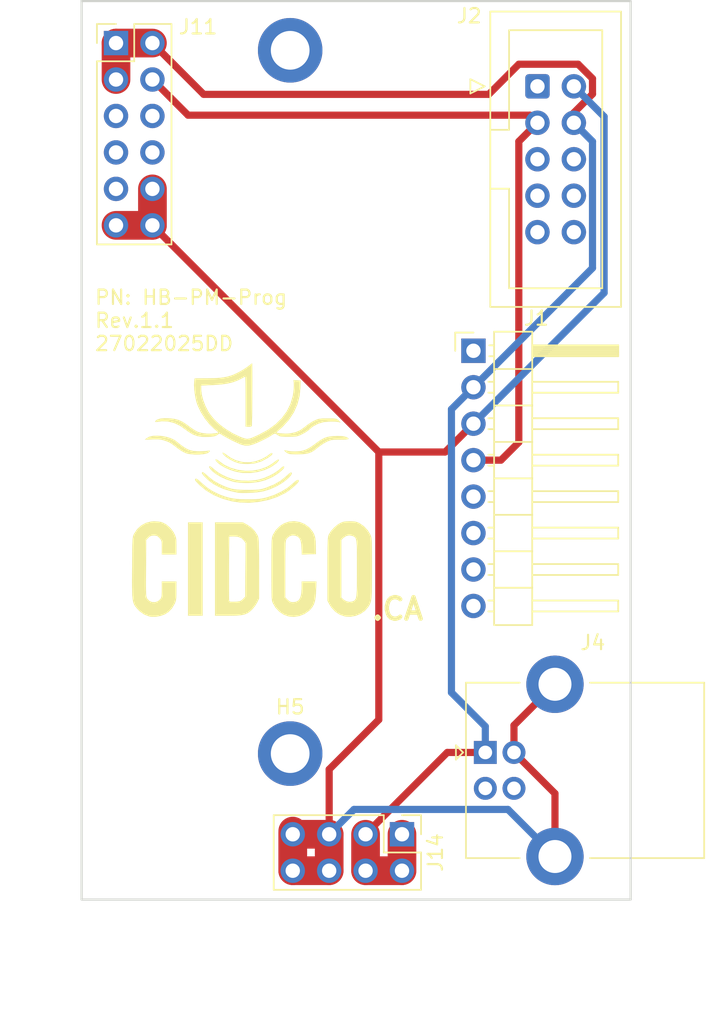
<source format=kicad_pcb>
(kicad_pcb (version 20240108) (generator "pcbnew") (generator_version "8.0")
  (layers (0 "F.Cu" signal) (31 "B.Cu" signal) (34 "B.Paste" user) (35 "F.Paste" user) (36 "B.SilkS" user "B.Silkscreen") (37 "F.SilkS" user "F.Silkscreen") (38 "B.Mask" user) (39 "F.Mask" user) (44 "Edge.Cuts" user))
  (net 0 "")
  (net 1 "GND")
  (net 4 "Green")
  (net 5 "Red")
  (net 6 "Blue")
  (net 7 "Signal")
  (net 8 "VCC")
  (footprint "cidco:logo cidco" (layer "F.Cu") (at 113.75 73.78)
    (property "Reference" "logo1" (hide yes))
    (property "Value" "LOGO" (hide yes))
    (fp_poly (pts (xy -3.6576 9.0932) (xy -4.6736 9.0932) (xy -4.6736 2.5908) (xy -3.6576 2.5908) (xy -3.6576 9.0932)) (stroke (width 0.01)) (fill solid) (layer "F.SilkS"))
    (fp_poly (pts (xy -2.589766 -1.743636) (xy -2.520202 -1.688133) (xy -2.131138 -1.411259) (xy -1.684284 -1.203647) (xy -1.197743 -1.067014) (xy -0.68962 -1.003073) (xy -0.178017 -1.013542) (xy 0.318962 -1.100134) (xy 0.783212 -1.264565) (xy 0.9652 -1.357884) (xy 1.149694 -1.473243) (xy 1.342833 -1.609605) (xy 1.406314 -1.658851) (xy 1.554696 -1.76072) (xy 1.64262 -1.788508) (xy 1.665176 -1.753201) (xy 1.617456 -1.665787) (xy 1.494553 -1.537253) (xy 1.470197 -1.515853) (xy 1.101817 -1.259726) (xy 0.66655 -1.059845) (xy 0.185582 -0.921803) (xy -0.319901 -0.851189) (xy -0.828716 -0.853594) (xy -0.979267 -0.869445) (xy -1.384167 -0.9503) (xy -1.78443 -1.081527) (xy -2.154472 -1.251757) (xy -2.468706 -1.449622) (xy -2.658466 -1.615673) (xy -2.74559 -1.730294) (xy -2.754244 -1.794511) (xy -2.697834 -1.8013) (xy -2.589766 -1.743636)) (stroke (width 0.01)) (fill solid) (layer "F.SilkS"))
    (fp_poly (pts (xy -2.163994 -2.23595) (xy -2.044681 -2.152171) (xy -1.689551 -1.904869) (xy -1.337331 -1.736325) (xy -0.952251 -1.631352) (xy -0.740935 -1.598544) (xy -0.367415 -1.595138) (xy 0.032269 -1.666059) (xy 0.426854 -1.801823) (xy 0.785076 -1.992945) (xy 0.945565 -2.110206) (xy 1.074396 -2.202976) (xy 1.164947 -2.243191) (xy 1.193412 -2.235827) (xy 1.209236 -2.185588) (xy 1.183447 -2.130208) (xy 1.103001 -2.056003) (xy 0.954851 -1.949289) (xy 0.857834 -1.88382) (xy 0.431789 -1.653982) (xy -0.019116 -1.519958) (xy -0.507222 -1.478131) (xy -0.526052 -1.478303) (xy -0.750503 -1.486483) (xy -0.961483 -1.503372) (xy -1.117802 -1.525539) (xy -1.132918 -1.528853) (xy -1.442722 -1.633623) (xy -1.762276 -1.794939) (xy -2.041939 -1.986915) (xy -2.090411 -2.028217) (xy -2.216299 -2.155852) (xy -2.268078 -2.239652) (xy -2.249419 -2.269668) (xy -2.163994 -2.23595)) (stroke (width 0.01)) (fill solid) (layer "F.SilkS"))
    (fp_poly (pts (xy -3.077662 -1.288242) (xy -2.965636 -1.20308) (xy -2.836699 -1.089538) (xy -2.590548 -0.899375) (xy -2.275737 -0.715421) (xy -1.924751 -0.553466) (xy -1.570075 -0.429301) (xy -1.380979 -0.381958) (xy -0.936998 -0.320908) (xy -0.461453 -0.30907) (xy 0.001775 -0.345814) (xy 0.321066 -0.406464) (xy 0.670861 -0.518399) (xy 1.030527 -0.674742) (xy 1.36681 -0.858611) (xy 1.646455 -1.053128) (xy 1.72092 -1.117033) (xy 1.875331 -1.250117) (xy 1.97231 -1.310614) (xy 2.02121 -1.302501) (xy 2.032 -1.249308) (xy 1.990699 -1.163107) (xy 1.879057 -1.04233) (xy 1.715461 -0.901893) (xy 1.5183 -0.756714) (xy 1.30596 -0.62171) (xy 1.160861 -0.542614) (xy 0.713353 -0.350764) (xy 0.258633 -0.22723) (xy -0.233488 -0.165389) (xy -0.605027 -0.155198) (xy -1.018403 -0.169712) (xy -1.360176 -0.210798) (xy -1.567607 -0.255901) (xy -1.985403 -0.392332) (xy -2.384625 -0.573037) (xy -2.734755 -0.782732) (xy -2.939152 -0.942931) (xy -3.095419 -1.09822) (xy -3.183342 -1.21868) (xy -3.198296 -1.295701) (xy -3.142169 -1.3208) (xy -3.077662 -1.288242)) (stroke (width 0.01)) (fill solid) (layer "F.SilkS"))
    (fp_poly (pts (xy -6.508434 -3.426224) (xy -6.188231 -3.36781) (xy -5.889063 -3.276449) (xy -5.633397 -3.15446) (xy -5.518149 -3.074081) (xy -5.211167 -2.830305) (xy -4.957335 -2.648413) (xy -4.736719 -2.519713) (xy -4.529383 -2.43551) (xy -4.315393 -2.387112) (xy -4.074816 -2.365825) (xy -3.8862 -2.3624) (xy -3.662997 -2.366606) (xy -3.463592 -2.377995) (xy -3.320864 -2.394424) (xy -3.2893 -2.401268) (xy -3.180792 -2.414542) (xy -3.15367 -2.379354) (xy -3.208124 -2.308313) (xy -3.287018 -2.249103) (xy -3.425768 -2.196273) (xy -3.637849 -2.160064) (xy -3.89629 -2.140902) (xy -4.174121 -2.139216) (xy -4.44437 -2.155432) (xy -4.680068 -2.189978) (xy -4.809212 -2.224993) (xy -4.990343 -2.307688) (xy -5.198276 -2.429162) (xy -5.361628 -2.54351) (xy -5.595103 -2.723001) (xy -5.77101 -2.851619) (xy -5.910811 -2.942337) (xy -6.035971 -3.008128) (xy -6.167955 -3.061966) (xy -6.288334 -3.103637) (xy -6.464451 -3.155404) (xy -6.631996 -3.185431) (xy -6.824934 -3.197206) (xy -7.07723 -3.194222) (xy -7.146526 -3.191841) (xy -7.68029 -3.172083) (xy -7.550203 -3.283979) (xy -7.370554 -3.380567) (xy -7.122064 -3.434923) (xy -6.827201 -3.449369) (xy -6.508434 -3.426224)) (stroke (width 0.01)) (fill solid) (layer "F.SilkS"))
    (fp_poly (pts (xy 5.992108 -3.423459) (xy 6.21543 -3.398371) (xy 6.368557 -3.354356) (xy 6.371648 -3.3528) (xy 6.484935 -3.28702) (xy 6.526114 -3.239024) (xy 6.489021 -3.206328) (xy 6.367493 -3.186444) (xy 6.155368 -3.176887) (xy 5.930846 -3.175) (xy 5.66454 -3.173564) (xy 5.473179 -3.16629) (xy 5.330114 -3.14873) (xy 5.208699 -3.116437) (xy 5.082288 -3.064962) (xy 4.9784 -3.016023) (xy 4.756731 -2.892326) (xy 4.522649 -2.735679) (xy 4.368919 -2.615125) (xy 4.139972 -2.431407) (xy 3.930733 -2.303806) (xy 3.712205 -2.221963) (xy 3.455393 -2.175522) (xy 3.131301 -2.154128) (xy 3.0734 -2.152393) (xy 2.828145 -2.150575) (xy 2.605481 -2.157366) (xy 2.434262 -2.171427) (xy 2.358068 -2.185596) (xy 2.212216 -2.256166) (xy 2.104068 -2.344008) (xy 2.03978 -2.421117) (xy 2.049719 -2.439905) (xy 2.1336 -2.420079) (xy 2.429619 -2.36757) (xy 2.769116 -2.3497) (xy 3.09948 -2.368107) (xy 3.218941 -2.386306) (xy 3.419301 -2.435569) (xy 3.614139 -2.511362) (xy 3.823233 -2.624408) (xy 4.066361 -2.785427) (xy 4.363301 -3.005139) (xy 4.369969 -3.01024) (xy 4.585562 -3.155347) (xy 4.81363 -3.277156) (xy 4.971749 -3.339859) (xy 5.188412 -3.38782) (xy 5.449855 -3.417918) (xy 5.727335 -3.429886) (xy 5.992108 -3.423459)) (stroke (width 0.01)) (fill solid) (layer "F.SilkS"))
    (fp_poly (pts (xy -4.071452 -0.445199) (xy -3.983168 -0.385336) (xy -3.847518 -0.268458) (xy -3.734498 -0.164655) (xy -3.350045 0.159658) (xy -2.960493 0.415117) (xy -2.524933 0.627949) (xy -2.448863 0.659545) (xy -2.104749 0.787467) (xy -1.778372 0.879531) (xy -1.442291 0.940294) (xy -1.069066 0.974312) (xy -0.631257 0.986141) (xy -0.4826 0.98604) (xy -0.151522 0.982107) (xy 0.104793 0.972675) (xy 0.313145 0.954949) (xy 0.500336 0.926133) (xy 0.693166 0.883431) (xy 0.823466 0.849782) (xy 1.349212 0.674218) (xy 1.847456 0.44009) (xy 2.292617 0.160951) (xy 2.598722 -0.090726) (xy 2.792186 -0.261862) (xy 2.928205 -0.354486) (xy 3.011365 -0.37055) (xy 3.046255 -0.312005) (xy 3.048 -0.281874) (xy 3.009397 -0.206625) (xy 2.905545 -0.088876) (xy 2.754375 0.055534) (xy 2.573817 0.210768) (xy 2.381803 0.360985) (xy 2.196265 0.490348) (xy 2.121643 0.536378) (xy 1.555472 0.814206) (xy 0.932898 1.023191) (xy 0.275156 1.160023) (xy -0.396517 1.221394) (xy -1.060886 1.203994) (xy -1.6256 1.120265) (xy -2.292684 0.935614) (xy -2.898365 0.679579) (xy -3.436084 0.355459) (xy -3.877894 -0.012421) (xy -4.041423 -0.176097) (xy -4.139165 -0.287384) (xy -4.181415 -0.361232) (xy -4.178467 -0.412587) (xy -4.166203 -0.431075) (xy -4.127441 -0.457345) (xy -4.071452 -0.445199)) (stroke (width 0.01)) (fill solid) (layer "F.SilkS"))
    (fp_poly (pts (xy -3.623706 -0.89718) (xy -3.507933 -0.819976) (xy -3.334406 -0.670537) (xy -3.269024 -0.610077) (xy -2.917166 -0.330415) (xy -2.495575 -0.089634) (xy -2.475151 -0.079718) (xy -2.16444 0.064065) (xy -1.896482 0.17021) (xy -1.645229 0.244094) (xy -1.384632 0.29109) (xy -1.088643 0.316574) (xy -0.731215 0.325919) (xy -0.508 0.326167) (xy -0.192649 0.323929) (xy 0.044579 0.318292) (xy 0.227159 0.306296) (xy 0.378564 0.284982) (xy 0.522271 0.251391) (xy 0.681755 0.202563) (xy 0.80787 0.160276) (xy 1.320268 -0.046983) (xy 1.761137 -0.300235) (xy 2.155614 -0.614204) (xy 2.198342 -0.65411) (xy 2.361133 -0.799833) (xy 2.46958 -0.874522) (xy 2.534529 -0.885068) (xy 2.547779 -0.876141) (xy 2.560354 -0.798318) (xy 2.496725 -0.681845) (xy 2.369296 -0.53778) (xy 2.190474 -0.377179) (xy 1.972665 -0.211098) (xy 1.728275 -0.050596) (xy 1.469709 0.093273) (xy 1.4478 0.104219) (xy 1.013271 0.292918) (xy 0.5799 0.422628) (xy 0.115626 0.500794) (xy -0.4064 0.534723) (xy -0.661941 0.539275) (xy -0.890431 0.539475) (xy -1.067182 0.535555) (xy -1.167505 0.527747) (xy -1.1684 0.527583) (xy -1.694511 0.414008) (xy -2.140308 0.282256) (xy -2.526513 0.12484) (xy -2.873847 -0.065727) (xy -2.954569 -0.117787) (xy -3.131093 -0.246507) (xy -3.311271 -0.397024) (xy -3.476861 -0.551639) (xy -3.609623 -0.692651) (xy -3.691317 -0.802362) (xy -3.7084 -0.849259) (xy -3.688327 -0.905743) (xy -3.623706 -0.89718)) (stroke (width 0.01)) (fill solid) (layer "F.SilkS"))
    (fp_poly (pts (xy -0.545585 2.754342) (xy -0.262685 2.948152) (xy -0.018649 3.197519) (xy 0.161009 3.474175) (xy 0.211721 3.593374) (xy 0.229717 3.668032) (xy 0.244485 3.786284) (xy 0.256277 3.956491) (xy 0.265345 4.187012) (xy 0.271938 4.486205) (xy 0.276311 4.862429) (xy 0.278713 5.324045) (xy 0.2794 5.842) (xy 0.2794 7.8994) (xy 0.139081 8.185126) (xy 0.019982 8.381955) (xy -0.137818 8.585658) (xy -0.248347 8.701996) (xy -0.396245 8.828706) (xy -0.54511 8.925331) (xy -0.711491 8.995756) (xy -0.911936 9.043868) (xy -1.162991 9.073553) (xy -1.481206 9.088696) (xy -1.883128 9.093184) (xy -1.914221 9.0932) (xy -2.794 9.0932) (xy -2.794 6.692699) (xy -1.819742 6.692699) (xy -1.819397 7.087277) (xy -1.817877 7.430081) (xy -1.815245 7.710366) (xy -1.811561 7.917386) (xy -1.80689 8.040397) (xy -1.803429 8.070025) (xy -1.761344 8.106408) (xy -1.659379 8.123521) (xy -1.4802 8.123486) (xy -1.396464 8.119838) (xy -1.194874 8.105992) (xy -1.062538 8.082117) (xy -0.96711 8.037291) (xy -0.876249 7.960591) (xy -0.85089 7.935587) (xy -0.6858 7.770551) (xy -0.671342 5.901996) (xy -0.656884 4.033442) (xy -0.7748 3.858221) (xy -0.947702 3.690389) (xy -1.190809 3.591573) (xy -1.497532 3.564258) (xy -1.547648 3.566424) (xy -1.8034 3.5814) (xy -1.816655 5.7912) (xy -1.818849 6.257091) (xy -1.819742 6.692699) (xy -2.794 6.692699) (xy -2.794 2.5908) (xy -0.852422 2.5908) (xy -0.545585 2.754342)) (stroke (width 0.01)) (fill solid) (layer "F.SilkS"))
    (fp_poly (pts (xy 3.114694 2.565734) (xy 3.458793 2.706545) (xy 3.7595 2.926293) (xy 3.836579 3.005194) (xy 4.004168 3.212971) (xy 4.11969 3.418833) (xy 4.191659 3.648947) (xy 4.228588 3.929482) (xy 4.238876 4.2418) (xy 4.2418 4.8006) (xy 3.752636 4.815065) (xy 3.263473 4.829531) (xy 3.242315 4.345782) (xy 3.218251 4.047518) (xy 3.170389 3.832229) (xy 3.089887 3.682392) (xy 2.967897 3.580489) (xy 2.824574 3.518335) (xy 2.600056 3.492415) (xy 2.391145 3.559343) (xy 2.22155 3.710688) (xy 2.201051 3.740022) (xy 2.177393 3.782197) (xy 2.158111 3.836097) (xy 2.142762 3.911805) (xy 2.130902 4.019403) (xy 2.12209 4.168974) (xy 2.115879 4.3706) (xy 2.111829 4.634363) (xy 2.109495 4.970346) (xy 2.108433 5.38863) (xy 2.1082 5.851488) (xy 2.1082 7.821246) (xy 2.274276 7.987323) (xy 2.404996 8.097637) (xy 2.534197 8.145208) (xy 2.663884 8.1534) (xy 2.874607 8.122318) (xy 3.034634 8.024616) (xy 3.14778 7.853607) (xy 3.217861 7.602608) (xy 3.248692 7.264931) (xy 3.250916 7.1247) (xy 3.2512 6.7056) (xy 4.280685 6.7056) (xy 4.256436 7.3533) (xy 4.231677 7.738332) (xy 4.185139 8.042832) (xy 4.109915 8.286775) (xy 3.999098 8.490133) (xy 3.845781 8.672881) (xy 3.777306 8.738899) (xy 3.455339 8.969779) (xy 3.090799 9.116592) (xy 2.703569 9.173741) (xy 2.344255 9.142291) (xy 2.006401 9.022908) (xy 1.6976 8.817589) (xy 1.435976 8.541408) (xy 1.249967 8.23218) (xy 1.223929 8.172608) (xy 1.202496 8.110368) (xy 1.185222 8.035463) (xy 1.171657 7.937891) (xy 1.161355 7.807654) (xy 1.153868 7.634751) (xy 1.148749 7.409184) (xy 1.145551 7.120952) (xy 1.143825 6.760055) (xy 1.143124 6.316495) (xy 1.143 5.842) (xy 1.143152 5.316342) (xy 1.143911 4.882272) (xy 1.145732 4.529778) (xy 1.149069 4.248848) (xy 1.154375 4.029469) (xy 1.162105 3.861629) (xy 1.172712 3.735316) (xy 1.186652 3.640519) (xy 1.204378 3.567224) (xy 1.226344 3.50542) (xy 1.251576 3.448181) (xy 1.459462 3.113923) (xy 1.74112 2.834454) (xy 2.023844 2.655812) (xy 2.377039 2.536478) (xy 2.747383 2.507748) (xy 3.114694 2.565734)) (stroke (width 0.01)) (fill solid) (layer "F.SilkS"))
    (fp_poly (pts (xy -6.82227 2.526856) (xy -6.62014 2.552596) (xy -6.488975 2.583703) (xy -6.200961 2.730773) (xy -5.934263 2.954901) (xy -5.715512 3.231683) (xy -5.644378 3.357686) (xy -5.575097 3.502796) (xy -5.52969 3.625248) (xy -5.503145 3.753348) (xy -5.490449 3.915404) (xy -5.486592 4.139721) (xy -5.4864 4.249913) (xy -5.4864 4.826) (xy -6.5024 4.826) (xy -6.5024 4.345167) (xy -6.50404 4.118928) (xy -6.5132 3.967633) (xy -6.536244 3.864631) (xy -6.579533 3.783274) (xy -6.649429 3.69691) (xy -6.660063 3.684767) (xy -6.774106 3.5709) (xy -6.882431 3.518683) (xy -7.035505 3.505284) (xy -7.056959 3.5052) (xy -7.224569 3.517678) (xy -7.342687 3.568599) (xy -7.445396 3.660884) (xy -7.5946 3.816569) (xy -7.608078 5.781784) (xy -7.611298 6.281632) (xy -7.613151 6.69012) (xy -7.61322 7.017484) (xy -7.611091 7.273961) (xy -7.606346 7.469786) (xy -7.59857 7.615195) (xy -7.587347 7.720424) (xy -7.57226 7.795709) (xy -7.552894 7.851286) (xy -7.528833 7.897392) (xy -7.521608 7.909332) (xy -7.371361 8.06713) (xy -7.178421 8.148592) (xy -6.967982 8.152977) (xy -6.765238 8.079539) (xy -6.602279 7.936472) (xy -6.556841 7.86481) (xy -6.527415 7.773681) (xy -6.510738 7.640892) (xy -6.503543 7.444248) (xy -6.5024 7.257549) (xy -6.5024 6.7056) (xy -5.4864 6.7056) (xy -5.486897 7.3533) (xy -5.489134 7.633197) (xy -5.497507 7.835909) (xy -5.515255 7.98581) (xy -5.545618 8.107275) (xy -5.591838 8.224675) (xy -5.607215 8.258322) (xy -5.804118 8.59103) (xy -6.051737 8.843055) (xy -6.310278 9.003309) (xy -6.594075 9.106311) (xy -6.909334 9.163088) (xy -7.213165 9.168073) (xy -7.37949 9.142094) (xy -7.725987 9.012338) (xy -8.029496 8.801321) (xy -8.189181 8.641975) (xy -8.281505 8.53704) (xy -8.358447 8.439028) (xy -8.421335 8.33793) (xy -8.471496 8.223737) (xy -8.510258 8.086438) (xy -8.53895 7.916026) (xy -8.558897 7.70249) (xy -8.571429 7.435821) (xy -8.577873 7.106011) (xy -8.579556 6.703049) (xy -8.577805 6.216927) (xy -8.574646 5.73591) (xy -8.570845 5.217905) (xy -8.567077 4.791361) (xy -8.562787 4.446142) (xy -8.557421 4.172111) (xy -8.550424 3.959132) (xy -8.541241 3.797067) (xy -8.529318 3.675781) (xy -8.514101 3.585136) (xy -8.495034 3.514995) (xy -8.471563 3.455223) (xy -8.447048 3.4036) (xy -8.229272 3.069449) (xy -7.946739 2.807023) (xy -7.612041 2.624233) (xy -7.237769 2.528994) (xy -7.0358 2.516682) (xy -6.82227 2.526856)) (stroke (width 0.01)) (fill solid) (layer "F.SilkS"))
    (fp_poly (pts (xy 6.836893 2.520919) (xy 7.005153 2.540397) (xy 7.145475 2.58165) (xy 7.293023 2.651066) (xy 7.591002 2.857483) (xy 7.851442 3.133464) (xy 8.044396 3.447258) (xy 8.044823 3.448181) (xy 8.071533 3.509062) (xy 8.093463 3.571928) (xy 8.111083 3.646938) (xy 8.124865 3.744251) (xy 8.135279 3.874023) (xy 8.142795 4.046415) (xy 8.147886 4.271583) (xy 8.15102 4.559687) (xy 8.15267 4.920884) (xy 8.153305 5.365332) (xy 8.1534 5.7912) (xy 8.153136 6.334825) (xy 8.151662 6.787158) (xy 8.147949 7.158508) (xy 8.140973 7.459182) (xy 8.129706 7.699489) (xy 8.113122 7.889736) (xy 8.090195 8.040231) (xy 8.059897 8.161284) (xy 8.021203 8.2632) (xy 7.973086 8.35629) (xy 7.91452 8.45086) (xy 7.883903 8.497522) (xy 7.653471 8.758885) (xy 7.356013 8.963541) (xy 7.014232 9.102441) (xy 6.650831 9.166535) (xy 6.288512 9.146777) (xy 6.265862 9.142439) (xy 5.911863 9.02098) (xy 5.594074 8.810829) (xy 5.325415 8.52219) (xy 5.174286 8.2804) (xy 5.0546 8.0518) (xy 5.0546 5.842) (xy 5.054882 5.305531) (xy 5.055974 4.861004) (xy 5.05824 4.49876) (xy 5.062046 4.209144) (xy 5.067759 3.982497) (xy 5.075327 3.818185) (xy 6.0198 3.818185) (xy 6.0198 7.831534) (xy 6.185701 7.979767) (xy 6.376529 8.091725) (xy 6.597654 8.133259) (xy 6.809957 8.098809) (xy 6.860813 8.075694) (xy 6.921915 8.039243) (xy 6.972225 7.995066) (xy 7.012788 7.933598) (xy 7.044652 7.845276) (xy 7.068863 7.720537) (xy 7.086466 7.549817) (xy 7.098508 7.323553) (xy 7.106035 7.03218) (xy 7.110094 6.666135) (xy 7.111731 6.215854) (xy 7.112 5.779626) (xy 7.111909 5.261409) (xy 7.110696 4.835128) (xy 7.106942 4.491122) (xy 7.099234 4.219727) (xy 7.086155 4.011281) (xy 7.066289 3.85612) (xy 7.038222 3.744582) (xy 7.000537 3.667005) (xy 6.951819 3.613724) (xy 6.890651 3.575078) (xy 6.81562 3.541404) (xy 6.782044 3.527428) (xy 6.566845 3.489239) (xy 6.348471 3.540575) (xy 6.155237 3.674365) (xy 6.143027 3.687015) (xy 6.0198 3.818185) (xy 5.075327 3.818185) (xy 5.075743 3.809161) (xy 5.086364 3.679479) (xy 5.099989 3.583794) (xy 5.116982 3.512448) (xy 5.137709 3.455784) (xy 5.145614 3.438271) (xy 5.297589 3.195197) (xy 5.513241 2.953715) (xy 5.759791 2.747338) (xy 5.91616 2.650466) (xy 6.064595 2.580814) (xy 6.205081 2.539964) (xy 6.374251 2.520754) (xy 6.604 2.516025) (xy 6.836893 2.520919)) (stroke (width 0.01)) (fill solid) (layer "F.SilkS"))
    (fp_poly (pts (xy -0.198914 -8.434948) (xy -0.194779 -8.29734) (xy -0.191849 -8.083465) (xy -0.190049 -7.805984) (xy -0.189309 -7.477561) (xy -0.189554 -7.110856) (xy -0.190711 -6.718531) (xy -0.192709 -6.313249) (xy -0.195474 -5.907672) (xy -0.198933 -5.514461) (xy -0.203014 -5.146279) (xy -0.207643 -4.815787) (xy -0.212749 -4.535647) (xy -0.218257 -4.318521) (xy -0.224095 -4.177072) (xy -0.229396 -4.125396) (xy -0.296806 -4.080731) (xy -0.4469 -4.071311) (xy -0.456414 -4.071828) (xy -0.6604 -4.083864) (xy -0.6604 -5.826532) (xy -0.660933 -6.235836) (xy -0.662447 -6.610951) (xy -0.664816 -6.940263) (xy -0.667912 -7.212162) (xy -0.67161 -7.415036) (xy -0.675783 -7.537272) (xy -0.679402 -7.5692) (xy -0.730744 -7.546567) (xy -0.841153 -7.488703) (xy -0.923262 -7.443525) (xy -1.228585 -7.291621) (xy -1.546453 -7.174639) (xy -1.896904 -7.088046) (xy -2.299975 -7.027313) (xy -2.775704 -6.987906) (xy -2.9845 -6.977372) (xy -3.7592 -6.943853) (xy -3.7592 -6.683) (xy -3.723333 -6.327275) (xy -3.622465 -5.931759) (xy -3.466697 -5.525086) (xy -3.266131 -5.135892) (xy -3.148301 -4.951112) (xy -2.850863 -4.587452) (xy -2.471433 -4.232797) (xy -2.029464 -3.901734) (xy -1.54441 -3.608853) (xy -1.040905 -3.370847) (xy -0.845418 -3.293837) (xy -0.68842 -3.245457) (xy -0.54838 -3.228269) (xy -0.403768 -3.244836) (xy -0.233054 -3.29772) (xy -0.014706 -3.389483) (xy 0.272806 -3.522688) (xy 0.285628 -3.528716) (xy 0.899269 -3.861645) (xy 1.425282 -4.241586) (xy 1.862597 -4.667193) (xy 2.21014 -5.137123) (xy 2.466838 -5.650028) (xy 2.631619 -6.204564) (xy 2.683783 -6.536738) (xy 2.702191 -6.757296) (xy 2.709745 -6.965399) (xy 2.705 -7.11872) (xy 2.704 -7.127725) (xy 2.680578 -7.32125) (xy 3.175 -7.2898) (xy 3.167267 -6.844709) (xy 3.107299 -6.221485) (xy 2.951202 -5.627664) (xy 2.701534 -5.068491) (xy 2.360853 -4.549209) (xy 1.931717 -4.075062) (xy 1.72711 -3.891814) (xy 1.602657 -3.782588) (xy 1.519809 -3.701484) (xy 1.496949 -3.667718) (xy 1.573264 -3.639537) (xy 1.722686 -3.616717) (xy 1.916785 -3.600983) (xy 2.127133 -3.594061) (xy 2.325303 -3.597677) (xy 2.456886 -3.609446) (xy 2.828101 -3.690386) (xy 3.146546 -3.828818) (xy 3.451376 -4.042625) (xy 3.505319 -4.088325) (xy 3.707649 -4.243522) (xy 3.944071 -4.396357) (xy 4.1148 -4.489223) (xy 4.260306 -4.55656) (xy 4.382433 -4.601608) (xy 4.507877 -4.62883) (xy 4.663339 -4.642687) (xy 4.875515 -4.647641) (xy 5.066077 -4.6482) (xy 5.326835 -4.647409) (xy 5.506659 -4.642453) (xy 5.626214 -4.62946) (xy 5.706165 -4.604556) (xy 5.767177 -4.563867) (xy 5.828077 -4.505387) (xy 5.969 -4.362573) (xy 5.8166 -4.403787) (xy 5.694483 -4.422308) (xy 5.50648 -4.434667) (xy 5.288222 -4.43876) (xy 5.2324 -4.438235) (xy 4.782655 -4.396914) (xy 4.389573 -4.282236) (xy 4.031293 -4.085319) (xy 3.7084 -3.818908) (xy 3.597285 -3.734659) (xy 3.430153 -3.632256) (xy 3.2512 -3.537908) (xy 3.102028 -3.468747) (xy 2.977065 -3.423073) (xy 2.848311 -3.396038) (xy 2.687766 -3.382797) (xy 2.467429 -3.378505) (xy 2.328356 -3.3782) (xy 2.068296 -3.379991) (xy 1.887558 -3.387632) (xy 1.763895 -3.404525) (xy 1.67506 -3.434075) (xy 1.598802 -3.479684) (xy 1.581113 -3.4925) (xy 1.466487 -3.571866) (xy 1.383587 -3.597412) (xy 1.294349 -3.567875) (xy 1.16071 -3.48199) (xy 1.155373 -3.478364) (xy 0.963767 -3.361348) (xy 0.710342 -3.224548) (xy 0.428248 -3.084279) (xy 0.150639 -2.956853) (xy -0.089334 -2.858585) (xy -0.144096 -2.838919) (xy -0.433425 -2.764152) (xy -0.692824 -2.759916) (xy -0.965141 -2.827488) (xy -1.0668 -2.86644) (xy -1.615139 -3.117657) (xy -2.168151 -3.421058) (xy -2.195499 -3.437439) (xy -2.485997 -3.612211) (xy -2.636397 -3.501015) (xy -2.731909 -3.444458) (xy -2.852327 -3.40655) (xy -3.023295 -3.381751) (xy -3.267455 -3.364678) (xy -3.684692 -3.366168) (xy -4.040252 -3.424243) (xy -4.36203 -3.547545) (xy -4.677924 -3.744711) (xy -4.8006 -3.839487) (xy -5.228513 -4.138324) (xy -5.653113 -4.3385) (xy -6.081816 -4.442385) (xy -6.522035 -4.45235) (xy -6.666697 -4.436068) (xy -6.842475 -4.41245) (xy -6.936138 -4.40771) (xy -6.96592 -4.424863) (xy -6.95006 -4.466921) (xy -6.941251 -4.481438) (xy -6.825524 -4.575787) (xy -6.619473 -4.63749) (xy -6.329395 -4.66532) (xy -6.0198 -4.661338) (xy -5.650357 -4.623408) (xy -5.334496 -4.542347) (xy -5.039747 -4.405419) (xy -4.733636 -4.199887) (xy -4.622848 -4.113437) (xy -4.418812 -3.962823) (xy -4.204733 -3.825918) (xy -4.017048 -3.725407) (xy -3.962448 -3.702307) (xy -3.70743 -3.635029) (xy -3.397048 -3.595906) (xy -3.074316 -3.587704) (xy -2.782247 -3.613187) (xy -2.729123 -3.623017) (xy -2.537245 -3.662721) (xy -2.837831 -3.913885) (xy -3.184143 -4.250824) (xy -3.505822 -4.653653) (xy -3.783382 -5.093099) (xy -3.997337 -5.539891) (xy -4.082484 -5.783664) (xy -4.149464 -6.057793) (xy -4.203068 -6.369947) (xy -4.239292 -6.685753) (xy -4.254134 -6.970838) (xy -4.245061 -7.179699) (xy -4.212263 -7.4422) (xy -3.338032 -7.445876) (xy -2.878949 -7.453671) (xy -2.500714 -7.474676) (xy -2.183109 -7.511704) (xy -1.905916 -7.567569) (xy -1.648916 -7.645085) (xy -1.499543 -7.70172) (xy -1.192699 -7.844476) (xy -0.865496 -8.027136) (xy -0.56289 -8.223413) (xy -0.407526 -8.340265) (xy -0.295599 -8.426696) (xy -0.219062 -8.477749) (xy -0.204326 -8.483627) (xy -0.198914 -8.434948)) (stroke (width 0.01)) (fill solid) (layer "F.SilkS"))
  )
  (footprint "Connector_PinHeader_2.54mm:PinHeader_2x04_P2.54mm_Vertical" (layer "F.Cu") (at 124 98.1 -90)
    (property "Reference" "J14" (at 1.27 -2.33 90) (layer "F.SilkS"))
    (property "Value" "Conn_02x04_Counter_Clockwise")
    (fp_line (start -1.33 8.95) (end 3.87 8.95) (stroke (width 0.12)) (layer "F.SilkS"))
    (fp_line (start -1.33 1.27) (end -1.33 8.95) (stroke (width 0.12)) (layer "F.SilkS"))
    (fp_line (start -1.33 1.27) (end 1.27 1.27) (stroke (width 0.12)) (layer "F.SilkS"))
    (fp_line (start 1.27 1.27) (end 1.27 -1.33) (stroke (width 0.12)) (layer "F.SilkS"))
    (fp_line (start -1.33 0) (end -1.33 -1.33) (stroke (width 0.12)) (layer "F.SilkS"))
    (fp_line (start -1.33 -1.33) (end 0 -1.33) (stroke (width 0.12)) (layer "F.SilkS"))
    (fp_line (start 1.27 -1.33) (end 3.87 -1.33) (stroke (width 0.12)) (layer "F.SilkS"))
    (fp_line (start 3.87 -1.33) (end 3.87 8.95) (stroke (width 0.12)) (layer "F.SilkS"))
    (pad "1" thru_hole rect (at 0 0 270) (size 1.7 1.7) (drill 1) (layers "*.Cu" "*.Mask") (net 8 "VCC"))
    (pad "2" thru_hole oval (at 2.54 0 270) (size 1.7 1.7) (drill 1) (layers "*.Cu" "*.Mask") (net 8 "VCC"))
    (pad "3" thru_hole oval (at 0 2.54 270) (size 1.7 1.7) (drill 1) (layers "*.Cu" "*.Mask") (net 8 "VCC"))
    (pad "4" thru_hole oval (at 2.54 2.54 270) (size 1.7 1.7) (drill 1) (layers "*.Cu" "*.Mask") (net 8 "VCC"))
    (pad "5" thru_hole oval (at 0 5.08 270) (size 1.7 1.7) (drill 1) (layers "*.Cu" "*.Mask") (net 1 "GND"))
    (pad "6" thru_hole oval (at 2.54 5.08 270) (size 1.7 1.7) (drill 1) (layers "*.Cu" "*.Mask") (net 1 "GND"))
    (pad "7" thru_hole oval (at 0 7.62 270) (size 1.7 1.7) (drill 1) (layers "*.Cu" "*.Mask") (net 1 "GND"))
    (pad "8" thru_hole oval (at 2.54 7.62 270) (size 1.7 1.7) (drill 1) (layers "*.Cu" "*.Mask") (net 1 "GND"))
  )
  (footprint "Connector_PinHeader_2.54mm:PinHeader_1x08_P2.54mm_Horizontal" (layer "F.Cu") (at 128.985 64.415)
    (property "Reference" "J1" (at 4.385 -2.27 0) (layer "F.SilkS"))
    (property "Value" "Conn_01x08_Pin")
    (fp_line (start -1.27 -1.27) (end 0 -1.27) (stroke (width 0.12)) (layer "F.SilkS"))
    (fp_line (start -1.27 0) (end -1.27 -1.27) (stroke (width 0.12)) (layer "F.SilkS"))
    (fp_line (start 1.042929 2.16) (end 1.44 2.16) (stroke (width 0.12)) (layer "F.SilkS"))
    (fp_line (start 1.042929 2.92) (end 1.44 2.92) (stroke (width 0.12)) (layer "F.SilkS"))
    (fp_line (start 1.042929 4.7) (end 1.44 4.7) (stroke (width 0.12)) (layer "F.SilkS"))
    (fp_line (start 1.042929 5.46) (end 1.44 5.46) (stroke (width 0.12)) (layer "F.SilkS"))
    (fp_line (start 1.042929 7.24) (end 1.44 7.24) (stroke (width 0.12)) (layer "F.SilkS"))
    (fp_line (start 1.042929 8) (end 1.44 8) (stroke (width 0.12)) (layer "F.SilkS"))
    (fp_line (start 1.042929 9.78) (end 1.44 9.78) (stroke (width 0.12)) (layer "F.SilkS"))
    (fp_line (start 1.042929 10.54) (end 1.44 10.54) (stroke (width 0.12)) (layer "F.SilkS"))
    (fp_line (start 1.042929 12.32) (end 1.44 12.32) (stroke (width 0.12)) (layer "F.SilkS"))
    (fp_line (start 1.042929 13.08) (end 1.44 13.08) (stroke (width 0.12)) (layer "F.SilkS"))
    (fp_line (start 1.042929 14.86) (end 1.44 14.86) (stroke (width 0.12)) (layer "F.SilkS"))
    (fp_line (start 1.042929 15.62) (end 1.44 15.62) (stroke (width 0.12)) (layer "F.SilkS"))
    (fp_line (start 1.042929 17.4) (end 1.44 17.4) (stroke (width 0.12)) (layer "F.SilkS"))
    (fp_line (start 1.042929 18.16) (end 1.44 18.16) (stroke (width 0.12)) (layer "F.SilkS"))
    (fp_line (start 1.11 -0.38) (end 1.44 -0.38) (stroke (width 0.12)) (layer "F.SilkS"))
    (fp_line (start 1.11 0.38) (end 1.44 0.38) (stroke (width 0.12)) (layer "F.SilkS"))
    (fp_line (start 1.44 -1.33) (end 1.44 19.11) (stroke (width 0.12)) (layer "F.SilkS"))
    (fp_line (start 1.44 1.27) (end 4.1 1.27) (stroke (width 0.12)) (layer "F.SilkS"))
    (fp_line (start 1.44 3.81) (end 4.1 3.81) (stroke (width 0.12)) (layer "F.SilkS"))
    (fp_line (start 1.44 6.35) (end 4.1 6.35) (stroke (width 0.12)) (layer "F.SilkS"))
    (fp_line (start 1.44 8.89) (end 4.1 8.89) (stroke (width 0.12)) (layer "F.SilkS"))
    (fp_line (start 1.44 11.43) (end 4.1 11.43) (stroke (width 0.12)) (layer "F.SilkS"))
    (fp_line (start 1.44 13.97) (end 4.1 13.97) (stroke (width 0.12)) (layer "F.SilkS"))
    (fp_line (start 1.44 16.51) (end 4.1 16.51) (stroke (width 0.12)) (layer "F.SilkS"))
    (fp_line (start 1.44 19.11) (end 4.1 19.11) (stroke (width 0.12)) (layer "F.SilkS"))
    (fp_line (start 4.1 -1.33) (end 1.44 -1.33) (stroke (width 0.12)) (layer "F.SilkS"))
    (fp_line (start 4.1 -0.38) (end 10.1 -0.38) (stroke (width 0.12)) (layer "F.SilkS"))
    (fp_line (start 4.1 -0.32) (end 10.1 -0.32) (stroke (width 0.12)) (layer "F.SilkS"))
    (fp_line (start 4.1 -0.2) (end 10.1 -0.2) (stroke (width 0.12)) (layer "F.SilkS"))
    (fp_line (start 4.1 -0.08) (end 10.1 -0.08) (stroke (width 0.12)) (layer "F.SilkS"))
    (fp_line (start 4.1 0.04) (end 10.1 0.04) (stroke (width 0.12)) (layer "F.SilkS"))
    (fp_line (start 4.1 0.16) (end 10.1 0.16) (stroke (width 0.12)) (layer "F.SilkS"))
    (fp_line (start 4.1 0.28) (end 10.1 0.28) (stroke (width 0.12)) (layer "F.SilkS"))
    (fp_line (start 4.1 2.16) (end 10.1 2.16) (stroke (width 0.12)) (layer "F.SilkS"))
    (fp_line (start 4.1 4.7) (end 10.1 4.7) (stroke (width 0.12)) (layer "F.SilkS"))
    (fp_line (start 4.1 7.24) (end 10.1 7.24) (stroke (width 0.12)) (layer "F.SilkS"))
    (fp_line (start 4.1 9.78) (end 10.1 9.78) (stroke (width 0.12)) (layer "F.SilkS"))
    (fp_line (start 4.1 12.32) (end 10.1 12.32) (stroke (width 0.12)) (layer "F.SilkS"))
    (fp_line (start 4.1 14.86) (end 10.1 14.86) (stroke (width 0.12)) (layer "F.SilkS"))
    (fp_line (start 4.1 17.4) (end 10.1 17.4) (stroke (width 0.12)) (layer "F.SilkS"))
    (fp_line (start 4.1 19.11) (end 4.1 -1.33) (stroke (width 0.12)) (layer "F.SilkS"))
    (fp_line (start 10.1 -0.38) (end 10.1 0.38) (stroke (width 0.12)) (layer "F.SilkS"))
    (fp_line (start 10.1 0.38) (end 4.1 0.38) (stroke (width 0.12)) (layer "F.SilkS"))
    (fp_line (start 10.1 2.16) (end 10.1 2.92) (stroke (width 0.12)) (layer "F.SilkS"))
    (fp_line (start 10.1 2.92) (end 4.1 2.92) (stroke (width 0.12)) (layer "F.SilkS"))
    (fp_line (start 10.1 4.7) (end 10.1 5.46) (stroke (width 0.12)) (layer "F.SilkS"))
    (fp_line (start 10.1 5.46) (end 4.1 5.46) (stroke (width 0.12)) (layer "F.SilkS"))
    (fp_line (start 10.1 7.24) (end 10.1 8) (stroke (width 0.12)) (layer "F.SilkS"))
    (fp_line (start 10.1 8) (end 4.1 8) (stroke (width 0.12)) (layer "F.SilkS"))
    (fp_line (start 10.1 9.78) (end 10.1 10.54) (stroke (width 0.12)) (layer "F.SilkS"))
    (fp_line (start 10.1 10.54) (end 4.1 10.54) (stroke (width 0.12)) (layer "F.SilkS"))
    (fp_line (start 10.1 12.32) (end 10.1 13.08) (stroke (width 0.12)) (layer "F.SilkS"))
    (fp_line (start 10.1 13.08) (end 4.1 13.08) (stroke (width 0.12)) (layer "F.SilkS"))
    (fp_line (start 10.1 14.86) (end 10.1 15.62) (stroke (width 0.12)) (layer "F.SilkS"))
    (fp_line (start 10.1 15.62) (end 4.1 15.62) (stroke (width 0.12)) (layer "F.SilkS"))
    (fp_line (start 10.1 17.4) (end 10.1 18.16) (stroke (width 0.12)) (layer "F.SilkS"))
    (fp_line (start 10.1 18.16) (end 4.1 18.16) (stroke (width 0.12)) (layer "F.SilkS"))
    (pad "1" thru_hole rect (at 0 0) (size 1.7 1.7) (drill 1) (layers "*.Cu" "*.Mask"))
    (pad "2" thru_hole oval (at 0 2.54) (size 1.7 1.7) (drill 1) (layers "*.Cu" "*.Mask") (net 8 "VCC"))
    (pad "3" thru_hole oval (at 0 5.08) (size 1.7 1.7) (drill 1) (layers "*.Cu" "*.Mask") (net 1 "GND"))
    (pad "4" thru_hole oval (at 0 7.62) (size 1.7 1.7) (drill 1) (layers "*.Cu" "*.Mask") (net 7 "Signal"))
    (pad "5" thru_hole oval (at 0 10.16) (size 1.7 1.7) (drill 1) (layers "*.Cu" "*.Mask"))
    (pad "6" thru_hole oval (at 0 12.7) (size 1.7 1.7) (drill 1) (layers "*.Cu" "*.Mask"))
    (pad "7" thru_hole oval (at 0 15.24) (size 1.7 1.7) (drill 1) (layers "*.Cu" "*.Mask"))
    (pad "8" thru_hole oval (at 0 17.78) (size 1.7 1.7) (drill 1) (layers "*.Cu" "*.Mask"))
  )
  (footprint "Connector_IDC:IDC-Header_2x05_P2.54mm_Vertical" (layer "F.Cu") (at 133.45 45.99)
    (property "Reference" "J2" (at -4.76 -4.91 0) (layer "F.SilkS"))
    (property "Value" "Conn_02x05_Odd_Even")
    (fp_line (start -4.68 -0.5) (end -4.68 0.5) (stroke (width 0.12)) (layer "F.SilkS"))
    (fp_line (start -4.68 0.5) (end -3.68 0) (stroke (width 0.12)) (layer "F.SilkS"))
    (fp_line (start -3.68 0) (end -4.68 -0.5) (stroke (width 0.12)) (layer "F.SilkS"))
    (fp_line (start -3.29 -5.21) (end 5.83 -5.21) (stroke (width 0.12)) (layer "F.SilkS"))
    (fp_line (start -3.29 3.03) (end -1.98 3.03) (stroke (width 0.12)) (layer "F.SilkS"))
    (fp_line (start -3.29 15.37) (end -3.29 -5.21) (stroke (width 0.12)) (layer "F.SilkS"))
    (fp_line (start -1.98 -3.91) (end 4.52 -3.91) (stroke (width 0.12)) (layer "F.SilkS"))
    (fp_line (start -1.98 3.03) (end -1.98 -3.91) (stroke (width 0.12)) (layer "F.SilkS"))
    (fp_line (start -1.98 7.13) (end -3.29 7.13) (stroke (width 0.12)) (layer "F.SilkS"))
    (fp_line (start -1.98 7.13) (end -1.98 7.13) (stroke (width 0.12)) (layer "F.SilkS"))
    (fp_line (start -1.98 14.07) (end -1.98 7.13) (stroke (width 0.12)) (layer "F.SilkS"))
    (fp_line (start 4.52 -3.91) (end 4.52 14.07) (stroke (width 0.12)) (layer "F.SilkS"))
    (fp_line (start 4.52 14.07) (end -1.98 14.07) (stroke (width 0.12)) (layer "F.SilkS"))
    (fp_line (start 5.83 -5.21) (end 5.83 15.37) (stroke (width 0.12)) (layer "F.SilkS"))
    (fp_line (start 5.83 15.37) (end -3.29 15.37) (stroke (width 0.12)) (layer "F.SilkS"))
    (pad "1" thru_hole roundrect (at 0 0) (size 1.7 1.7) (drill 1) (layers "*.Cu" "*.Mask") (roundrect_rratio 0.147059))
    (pad "2" thru_hole circle (at 2.54 0) (size 1.7 1.7) (drill 1) (layers "*.Cu" "*.Mask") (net 1 "GND"))
    (pad "3" thru_hole circle (at 0 2.54) (size 1.7 1.7) (drill 1) (layers "*.Cu" "*.Mask") (net 7 "Signal"))
    (pad "4" thru_hole circle (at 2.54 2.54) (size 1.7 1.7) (drill 1) (layers "*.Cu" "*.Mask") (net 8 "VCC"))
    (pad "5" thru_hole circle (at 0 5.08) (size 1.7 1.7) (drill 1) (layers "*.Cu" "*.Mask"))
    (pad "6" thru_hole circle (at 2.54 5.08) (size 1.7 1.7) (drill 1) (layers "*.Cu" "*.Mask"))
    (pad "7" thru_hole circle (at 0 7.62) (size 1.7 1.7) (drill 1) (layers "*.Cu" "*.Mask"))
    (pad "8" thru_hole circle (at 2.54 7.62) (size 1.7 1.7) (drill 1) (layers "*.Cu" "*.Mask"))
    (pad "9" thru_hole circle (at 0 10.16) (size 1.7 1.7) (drill 1) (layers "*.Cu" "*.Mask"))
    (pad "10" thru_hole circle (at 2.54 10.16) (size 1.7 1.7) (drill 1) (layers "*.Cu" "*.Mask"))
  )
  (footprint "Connector_PinHeader_2.54mm:PinHeader_2x06_P2.54mm_Vertical" (layer "F.Cu") (at 104.05 42.975)
    (property "Reference" "J11" (at 5.725 -1.125 0) (layer "F.SilkS"))
    (property "Value" "Conn_02x05_Top_Bottom")
    (fp_line (start -1.33 -1.33) (end 0 -1.33) (stroke (width 0.12)) (layer "F.SilkS"))
    (fp_line (start -1.33 0) (end -1.33 -1.33) (stroke (width 0.12)) (layer "F.SilkS"))
    (fp_line (start -1.33 1.27) (end -1.33 14.03) (stroke (width 0.12)) (layer "F.SilkS"))
    (fp_line (start -1.33 1.27) (end 1.27 1.27) (stroke (width 0.12)) (layer "F.SilkS"))
    (fp_line (start -1.33 14.03) (end 3.87 14.03) (stroke (width 0.12)) (layer "F.SilkS"))
    (fp_line (start 1.27 -1.33) (end 3.87 -1.33) (stroke (width 0.12)) (layer "F.SilkS"))
    (fp_line (start 1.27 1.27) (end 1.27 -1.33) (stroke (width 0.12)) (layer "F.SilkS"))
    (fp_line (start 3.87 -1.33) (end 3.87 14.03) (stroke (width 0.12)) (layer "F.SilkS"))
    (pad "1" thru_hole rect (at 0 0) (size 1.7 1.7) (drill 1) (layers "*.Cu" "*.Mask") (net 8 "VCC"))
    (pad "2" thru_hole oval (at 2.54 0) (size 1.7 1.7) (drill 1) (layers "*.Cu" "*.Mask") (net 8 "VCC"))
    (pad "3" thru_hole oval (at 0 2.54) (size 1.7 1.7) (drill 1) (layers "*.Cu" "*.Mask") (net 8 "VCC"))
    (pad "4" thru_hole oval (at 2.54 2.54) (size 1.7 1.7) (drill 1) (layers "*.Cu" "*.Mask") (net 7 "Signal"))
    (pad "5" thru_hole oval (at 0 5.08) (size 1.7 1.7) (drill 1) (layers "*.Cu" "*.Mask"))
    (pad "6" thru_hole oval (at 2.54 5.08) (size 1.7 1.7) (drill 1) (layers "*.Cu" "*.Mask"))
    (pad "7" thru_hole oval (at 0 7.62) (size 1.7 1.7) (drill 1) (layers "*.Cu" "*.Mask") (net 5 "Red"))
    (pad "8" thru_hole oval (at 2.54 7.62) (size 1.7 1.7) (drill 1) (layers "*.Cu" "*.Mask") (net 4 "Green"))
    (pad "9" thru_hole oval (at 0 10.16) (size 1.7 1.7) (drill 1) (layers "*.Cu" "*.Mask") (net 6 "Blue"))
    (pad "10" thru_hole oval (at 2.54 10.16) (size 1.7 1.7) (drill 1) (layers "*.Cu" "*.Mask") (net 1 "GND"))
    (pad "11" thru_hole oval (at 0 12.7) (size 1.7 1.7) (drill 1) (layers "*.Cu" "*.Mask") (net 1 "GND"))
    (pad "12" thru_hole oval (at 2.54 12.7) (size 1.7 1.7) (drill 1) (layers "*.Cu" "*.Mask") (net 1 "GND"))
  )
  (footprint "MountingHole:MountingHole_2.7mm_M2.5_ISO7380_Pad" (layer "F.Cu") (at 116.2 92.48)
    (property "Reference" "H5" (at 0 -3.25 0) (layer "F.SilkS"))
    (property "Value" "MountingHole")
    (pad "1" thru_hole circle (at 0 0) (size 4.5 4.5) (drill 2.7) (layers "*.Cu" "*.Mask"))
  )
  (footprint "MountingHole:MountingHole_2.7mm_M2.5_ISO7380_Pad" (layer "F.Cu") (at 116.2 43.48)
    (property "Reference" "H1" (hide yes))
    (property "Value" "MountingHole")
    (pad "1" thru_hole circle (at 0 0) (size 4.5 4.5) (drill 2.7) (layers "*.Cu" "*.Mask"))
  )
  (footprint "Connector_USB:USB_B_Lumberg_2411_02_Horizontal" (layer "F.Cu") (at 129.8125 92.4)
    (property "Reference" "J4" (at 7.5 -7.65 360) (layer "F.SilkS"))
    (property "Value" "USB_B")
    (fp_line (start -2.05 -0.5) (end -2.05 0.5) (stroke (width 0.12)) (layer "F.SilkS"))
    (fp_line (start -2.05 0.5) (end -1.55 0) (stroke (width 0.12)) (layer "F.SilkS"))
    (fp_line (start -1.55 0) (end -2.05 -0.5) (stroke (width 0.12)) (layer "F.SilkS"))
    (fp_line (start -1.35 -4.86) (end 2.4 -4.86) (stroke (width 0.12)) (layer "F.SilkS"))
    (fp_line (start -1.35 7.36) (end -1.35 -4.86) (stroke (width 0.12)) (layer "F.SilkS"))
    (fp_line (start -1.35 7.36) (end 2.4 7.36) (stroke (width 0.12)) (layer "F.SilkS"))
    (fp_line (start 15.27 -4.86) (end 7.3 -4.86) (stroke (width 0.12)) (layer "F.SilkS"))
    (fp_line (start 15.27 7.36) (end 7.3 7.36) (stroke (width 0.12)) (layer "F.SilkS"))
    (fp_line (start 15.27 7.36) (end 15.27 -4.86) (stroke (width 0.12)) (layer "F.SilkS"))
    (pad "1" thru_hole rect (at 0 0 90) (size 1.6 1.6) (drill 0.95) (layers "*.Cu" "*.Mask") (net 8 "VCC"))
    (pad "2" thru_hole circle (at 0 2.5 90) (size 1.6 1.6) (drill 0.95) (layers "*.Cu" "*.Mask"))
    (pad "3" thru_hole circle (at 2 2.5 90) (size 1.6 1.6) (drill 0.95) (layers "*.Cu" "*.Mask"))
    (pad "4" thru_hole circle (at 2 0 90) (size 1.6 1.6) (drill 0.95) (layers "*.Cu" "*.Mask") (net 1 "GND"))
    (pad "5" thru_hole circle (at 4.86 -4.75 90) (size 4 4) (drill 2.3) (layers "*.Cu" "*.Mask") (net 1 "GND"))
    (pad "5" thru_hole circle (at 4.86 7.25 90) (size 4 4) (drill 2.3) (layers "*.Cu" "*.Mask") (net 1 "GND"))
  )
  (gr_rect (start 101.65 40.05) (end 139.95 102.65) (stroke (width 0.15)) (fill none) (layer "Edge.Cuts"))
  (gr_text "PN: HB-PM-Prog\nRev.1.1\n27022025DD" (at 102.5 64.5 0) (layer "F.SilkS") (effects (font (size 1 1)) (justify left bottom)))
  (gr_text ".CA" (at 121.75 83.28 0) (layer "F.SilkS") (effects (font (size 1.5 1.5) (thickness 0.3) (bold yes)) (justify left bottom)))
  (segment (start 118.92 100.64) (end 116.38 100.64) (width 2) (layer "F.Cu") (net 1))
  (segment (start 116.38 98.1) (end 116.38 100.64) (width 2) (layer "F.Cu") (net 1))
  (segment (start 118.92 93.578377) (end 118.92 98.1) (width 0.5) (layer "F.Cu") (net 1))
  (segment (start 116.38 98.1) (end 118.92 98.1) (width 2) (layer "F.Cu") (net 1))
  (segment (start 118.92 98.1) (end 118.92 100.64) (width 2) (layer "F.Cu") (net 1))
  (segment (start 131.8125 92.4) (end 131.8125 90.51) (width 0.5) (layer "F.Cu") (net 1))
  (segment (start 134.6725 99.65) (end 134.6725 95.26) (width 0.5) (layer "F.Cu") (net 1))
  (segment (start 122.3825 71.4675) (end 106.59 55.675) (width 0.5) (layer "F.Cu") (net 1))
  (segment (start 106.59 55.675) (end 106.59 53.135) (width 2) (layer "F.Cu") (net 1))
  (segment (start 122.3825 90.115877) (end 118.92 93.578377) (width 0.5) (layer "F.Cu") (net 1))
  (segment (start 131.8125 90.51) (end 134.6725 87.65) (width 0.5) (layer "F.Cu") (net 1))
  (segment (start 104.05 55.675) (end 106.59 55.675) (width 2) (layer "F.Cu") (net 1))
  (segment (start 122.3825 71.4675) (end 122.3825 90.115877) (width 0.5) (layer "F.Cu") (net 1))
  (segment (start 122.3825 71.4675) (end 127.0125 71.4675) (width 0.5) (layer "F.Cu") (net 1))
  (segment (start 127.0125 71.4675) (end 128.985 69.495) (width 0.5) (layer "F.Cu") (net 1))
  (segment (start 134.6725 95.26) (end 131.8125 92.4) (width 0.5) (layer "F.Cu") (net 1))
  (segment (start 116.38 100.64) (end 116.38 97.88) (width 2) (layer "F.Cu") (net 1))
  (segment (start 118.92 98.1) (end 120.65 96.37) (width 0.5) (layer "B.Cu") (net 1))
  (segment (start 138.1 48.1) (end 138.1 60.38) (width 0.5) (layer "B.Cu") (net 1))
  (segment (start 131.3925 96.37) (end 134.6725 99.65) (width 0.5) (layer "B.Cu") (net 1))
  (segment (start 135.99 45.99) (end 138.1 48.1) (width 0.5) (layer "B.Cu") (net 1))
  (segment (start 138.1 60.38) (end 128.985 69.495) (width 0.5) (layer "B.Cu") (net 1))
  (segment (start 120.65 96.37) (end 131.3925 96.37) (width 0.5) (layer "B.Cu") (net 1))
  (segment (start 132.15 49.83) (end 133.45 48.53) (width 0.5) (layer "F.Cu") (net 7))
  (segment (start 133.45 48.53) (end 132.92 48) (width 0.5) (layer "F.Cu") (net 7))
  (segment (start 132.15 70.79) (end 130.905 72.035) (width 0.5) (layer "F.Cu") (net 7))
  (segment (start 132.15 70.79) (end 132.15 49.83) (width 0.5) (layer "F.Cu") (net 7))
  (segment (start 109.075 48) (end 106.59 45.515) (width 0.5) (layer "F.Cu") (net 7))
  (segment (start 130.905 72.035) (end 128.985 72.035) (width 0.5) (layer "F.Cu") (net 7))
  (segment (start 132.92 48) (end 109.075 48) (width 0.5) (layer "F.Cu") (net 7))
  (segment (start 127.16 92.4) (end 129.8125 92.4) (width 0.5) (layer "F.Cu") (net 8))
  (segment (start 104.05 42.975) (end 104.05 45.515) (width 2) (layer "F.Cu") (net 8))
  (segment (start 135.99 47.828478) (end 137.29 46.528478) (width 0.5) (layer "F.Cu") (net 8))
  (segment (start 137.29 45.451522) (end 136.288478 44.45) (width 0.5) (layer "F.Cu") (net 8))
  (segment (start 135.99 48.53) (end 135.99 47.828478) (width 0.5) (layer "F.Cu") (net 8))
  (segment (start 121.46 98.1) (end 127.16 92.4) (width 0.5) (layer "F.Cu") (net 8))
  (segment (start 121.46 98.1) (end 121.46 100.64) (width 2) (layer "F.Cu") (net 8))
  (segment (start 106.59 42.975) (end 104.05 42.975) (width 2) (layer "F.Cu") (net 8))
  (segment (start 132.15 44.45) (end 130.05 46.55) (width 0.5) (layer "F.Cu") (net 8))
  (segment (start 136.288478 44.45) (end 132.15 44.45) (width 0.5) (layer "F.Cu") (net 8))
  (segment (start 137.29 46.528478) (end 137.29 45.451522) (width 0.5) (layer "F.Cu") (net 8))
  (segment (start 130.05 46.55) (end 110.165 46.55) (width 0.5) (layer "F.Cu") (net 8))
  (segment (start 124 100.64) (end 124 98.1) (width 2) (layer "F.Cu") (net 8))
  (segment (start 124 100.64) (end 121.46 100.64) (width 2) (layer "F.Cu") (net 8))
  (segment (start 110.165 46.55) (end 106.59 42.975) (width 0.5) (layer "F.Cu") (net 8))
  (segment (start 129.8125 92.4) (end 129.8125 90.5875) (width 0.5) (layer "B.Cu") (net 8))
  (segment (start 135.99 48.53) (end 137.29 49.83) (width 0.5) (layer "B.Cu") (net 8))
  (segment (start 137.29 58.65) (end 128.985 66.955) (width 0.5) (layer "B.Cu") (net 8))
  (segment (start 127.45 88.225) (end 127.45 68.49) (width 0.5) (layer "B.Cu") (net 8))
  (segment (start 137.29 49.83) (end 137.29 58.65) (width 0.5) (layer "B.Cu") (net 8))
  (segment (start 127.45 68.49) (end 128.985 66.955) (width 0.5) (layer "B.Cu") (net 8))
  (segment (start 129.8125 90.5875) (end 127.45 88.225) (width 0.5) (layer "B.Cu") (net 8))
)
</source>
